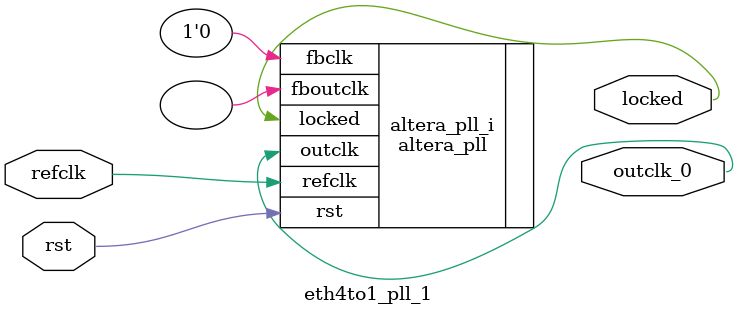
<source format=v>
`timescale 1ns/10ps
module  eth4to1_pll_1(

	// interface 'refclk'
	input wire refclk,

	// interface 'reset'
	input wire rst,

	// interface 'outclk0'
	output wire outclk_0,

	// interface 'locked'
	output wire locked
);

	altera_pll #(
		.fractional_vco_multiplier("false"),
		.reference_clock_frequency("156.25 MHz"),
		.operation_mode("direct"),
		.number_of_clocks(1),
		.output_clock_frequency0("100.000000 MHz"),
		.phase_shift0("0 ps"),
		.duty_cycle0(50),
		.output_clock_frequency1("0 MHz"),
		.phase_shift1("0 ps"),
		.duty_cycle1(50),
		.output_clock_frequency2("0 MHz"),
		.phase_shift2("0 ps"),
		.duty_cycle2(50),
		.output_clock_frequency3("0 MHz"),
		.phase_shift3("0 ps"),
		.duty_cycle3(50),
		.output_clock_frequency4("0 MHz"),
		.phase_shift4("0 ps"),
		.duty_cycle4(50),
		.output_clock_frequency5("0 MHz"),
		.phase_shift5("0 ps"),
		.duty_cycle5(50),
		.output_clock_frequency6("0 MHz"),
		.phase_shift6("0 ps"),
		.duty_cycle6(50),
		.output_clock_frequency7("0 MHz"),
		.phase_shift7("0 ps"),
		.duty_cycle7(50),
		.output_clock_frequency8("0 MHz"),
		.phase_shift8("0 ps"),
		.duty_cycle8(50),
		.output_clock_frequency9("0 MHz"),
		.phase_shift9("0 ps"),
		.duty_cycle9(50),
		.output_clock_frequency10("0 MHz"),
		.phase_shift10("0 ps"),
		.duty_cycle10(50),
		.output_clock_frequency11("0 MHz"),
		.phase_shift11("0 ps"),
		.duty_cycle11(50),
		.output_clock_frequency12("0 MHz"),
		.phase_shift12("0 ps"),
		.duty_cycle12(50),
		.output_clock_frequency13("0 MHz"),
		.phase_shift13("0 ps"),
		.duty_cycle13(50),
		.output_clock_frequency14("0 MHz"),
		.phase_shift14("0 ps"),
		.duty_cycle14(50),
		.output_clock_frequency15("0 MHz"),
		.phase_shift15("0 ps"),
		.duty_cycle15(50),
		.output_clock_frequency16("0 MHz"),
		.phase_shift16("0 ps"),
		.duty_cycle16(50),
		.output_clock_frequency17("0 MHz"),
		.phase_shift17("0 ps"),
		.duty_cycle17(50),
		.pll_type("General"),
		.pll_subtype("General")
	) altera_pll_i (
		.rst	(rst),
		.outclk	({outclk_0}),
		.locked	(locked),
		.fboutclk	( ),
		.fbclk	(1'b0),
		.refclk	(refclk)
	);
endmodule


</source>
